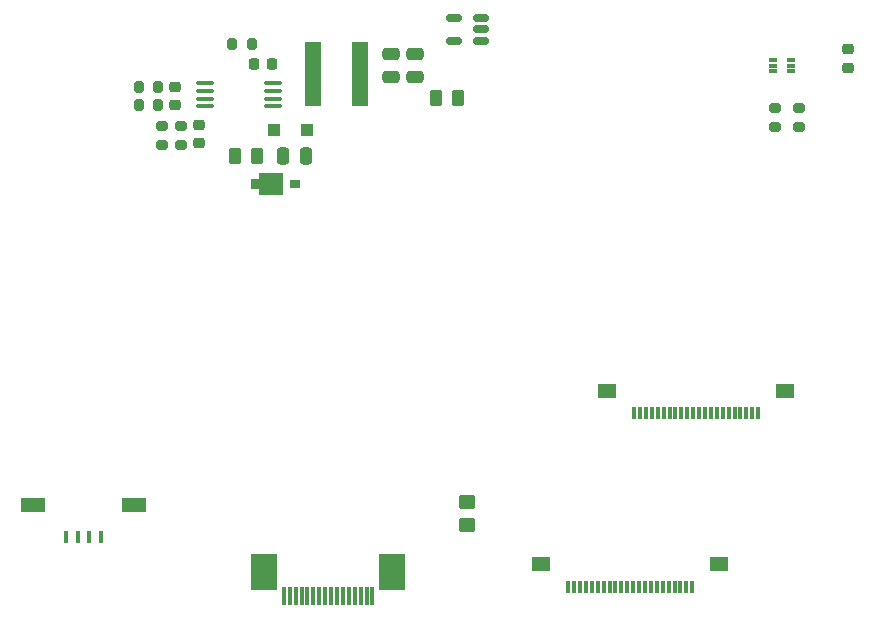
<source format=gbp>
G04 #@! TF.GenerationSoftware,KiCad,Pcbnew,8.0.2*
G04 #@! TF.CreationDate,2024-08-20T08:20:47+02:00*
G04 #@! TF.ProjectId,STS1_SIDEPANEL,53545331-5f53-4494-9445-50414e454c2e,rev?*
G04 #@! TF.SameCoordinates,Original*
G04 #@! TF.FileFunction,Paste,Bot*
G04 #@! TF.FilePolarity,Positive*
%FSLAX46Y46*%
G04 Gerber Fmt 4.6, Leading zero omitted, Abs format (unit mm)*
G04 Created by KiCad (PCBNEW 8.0.2) date 2024-08-20 08:20:47*
%MOMM*%
%LPD*%
G01*
G04 APERTURE LIST*
G04 Aperture macros list*
%AMRoundRect*
0 Rectangle with rounded corners*
0 $1 Rounding radius*
0 $2 $3 $4 $5 $6 $7 $8 $9 X,Y pos of 4 corners*
0 Add a 4 corners polygon primitive as box body*
4,1,4,$2,$3,$4,$5,$6,$7,$8,$9,$2,$3,0*
0 Add four circle primitives for the rounded corners*
1,1,$1+$1,$2,$3*
1,1,$1+$1,$4,$5*
1,1,$1+$1,$6,$7*
1,1,$1+$1,$8,$9*
0 Add four rect primitives between the rounded corners*
20,1,$1+$1,$2,$3,$4,$5,0*
20,1,$1+$1,$4,$5,$6,$7,0*
20,1,$1+$1,$6,$7,$8,$9,0*
20,1,$1+$1,$8,$9,$2,$3,0*%
G04 Aperture macros list end*
%ADD10RoundRect,0.200000X0.275000X-0.200000X0.275000X0.200000X-0.275000X0.200000X-0.275000X-0.200000X0*%
%ADD11R,0.300000X1.000000*%
%ADD12R,1.650000X1.300000*%
%ADD13RoundRect,0.200000X-0.200000X-0.275000X0.200000X-0.275000X0.200000X0.275000X-0.200000X0.275000X0*%
%ADD14RoundRect,0.250000X0.450000X-0.350000X0.450000X0.350000X-0.450000X0.350000X-0.450000X-0.350000X0*%
%ADD15R,0.400000X1.000000*%
%ADD16R,2.000000X1.300000*%
%ADD17RoundRect,0.225000X0.250000X-0.225000X0.250000X0.225000X-0.250000X0.225000X-0.250000X-0.225000X0*%
%ADD18RoundRect,0.085000X-0.265000X-0.085000X0.265000X-0.085000X0.265000X0.085000X-0.265000X0.085000X0*%
%ADD19RoundRect,0.250000X0.475000X-0.250000X0.475000X0.250000X-0.475000X0.250000X-0.475000X-0.250000X0*%
%ADD20R,0.650000X0.950000*%
%ADD21R,2.000000X1.950000*%
%ADD22R,0.850000X0.650000*%
%ADD23R,1.430000X5.500000*%
%ADD24RoundRect,0.225000X-0.225000X-0.250000X0.225000X-0.250000X0.225000X0.250000X-0.225000X0.250000X0*%
%ADD25RoundRect,0.200000X0.200000X0.275000X-0.200000X0.275000X-0.200000X-0.275000X0.200000X-0.275000X0*%
%ADD26R,0.300000X1.600000*%
%ADD27R,2.240000X3.120000*%
%ADD28RoundRect,0.150000X0.512500X0.150000X-0.512500X0.150000X-0.512500X-0.150000X0.512500X-0.150000X0*%
%ADD29RoundRect,0.200000X-0.275000X0.200000X-0.275000X-0.200000X0.275000X-0.200000X0.275000X0.200000X0*%
%ADD30RoundRect,0.225000X-0.250000X0.225000X-0.250000X-0.225000X0.250000X-0.225000X0.250000X0.225000X0*%
%ADD31RoundRect,0.100000X0.637500X0.100000X-0.637500X0.100000X-0.637500X-0.100000X0.637500X-0.100000X0*%
%ADD32RoundRect,0.250000X-0.262500X-0.450000X0.262500X-0.450000X0.262500X0.450000X-0.262500X0.450000X0*%
%ADD33RoundRect,0.250000X-0.300000X-0.300000X0.300000X-0.300000X0.300000X0.300000X-0.300000X0.300000X0*%
%ADD34RoundRect,0.250000X0.262500X0.450000X-0.262500X0.450000X-0.262500X-0.450000X0.262500X-0.450000X0*%
%ADD35RoundRect,0.250000X-0.250000X-0.475000X0.250000X-0.475000X0.250000X0.475000X-0.250000X0.475000X0*%
G04 APERTURE END LIST*
D10*
X105270000Y-90335000D03*
X105270000Y-88685000D03*
D11*
X138080000Y-127720000D03*
X138580000Y-127720000D03*
X139080000Y-127720000D03*
X139580000Y-127720000D03*
X140080000Y-127720000D03*
X140580000Y-127720000D03*
X141080000Y-127720000D03*
X141580000Y-127720000D03*
X142080000Y-127720000D03*
X142580000Y-127720000D03*
X143080000Y-127720000D03*
X143580000Y-127720000D03*
X144080000Y-127720000D03*
X144580000Y-127720000D03*
X145080000Y-127720000D03*
X145580000Y-127720000D03*
X146080000Y-127720000D03*
X146580000Y-127720000D03*
X147080000Y-127720000D03*
X147580000Y-127720000D03*
X148080000Y-127720000D03*
X148580000Y-127720000D03*
D12*
X135805000Y-125820000D03*
X150855000Y-125820000D03*
D13*
X101700000Y-85365000D03*
X103350000Y-85365000D03*
D14*
X129550000Y-122500000D03*
X129550000Y-120500000D03*
D15*
X95535000Y-123500000D03*
X96535000Y-123500000D03*
X97535000Y-123500000D03*
X98535000Y-123500000D03*
D16*
X92735000Y-120800000D03*
X101335000Y-120800000D03*
D17*
X161782831Y-83775000D03*
X161782831Y-82225000D03*
D18*
X155440000Y-84085000D03*
X155440000Y-83585000D03*
X155440000Y-83085000D03*
X156940000Y-83085000D03*
X156940000Y-83585000D03*
X156940000Y-84085000D03*
D19*
X123040000Y-84540000D03*
X123040000Y-82640000D03*
D10*
X155600000Y-88825000D03*
X155600000Y-87175000D03*
D20*
X111560000Y-93620000D03*
D21*
X112885000Y-93620000D03*
D22*
X114940000Y-93620000D03*
D23*
X120472500Y-84300000D03*
X116432500Y-84300000D03*
D24*
X111450200Y-83460800D03*
X113000200Y-83460800D03*
D25*
X111300000Y-81800000D03*
X109650000Y-81800000D03*
D26*
X114005000Y-128480000D03*
X114505000Y-128480000D03*
X115005000Y-128480000D03*
X115505000Y-128480000D03*
X116005000Y-128480000D03*
X116505000Y-128480000D03*
X117005000Y-128480000D03*
X117505000Y-128480000D03*
X118005000Y-128480000D03*
X118505000Y-128480000D03*
X119005000Y-128480000D03*
X119505000Y-128480000D03*
X120005000Y-128480000D03*
X120505000Y-128480000D03*
X121005000Y-128480000D03*
X121505000Y-128480000D03*
D27*
X112358000Y-126500000D03*
X123152000Y-126500000D03*
D28*
X130697500Y-79577500D03*
X130697500Y-80527500D03*
X130697500Y-81477500D03*
X128422500Y-81477500D03*
X128422500Y-79577500D03*
D10*
X157600000Y-88825000D03*
X157600000Y-87175000D03*
D29*
X103720000Y-88695000D03*
X103720000Y-90345000D03*
D30*
X106860000Y-88615000D03*
X106860000Y-90165000D03*
D13*
X101705000Y-86905000D03*
X103355000Y-86905000D03*
D11*
X143660000Y-113030000D03*
X144160000Y-113030000D03*
X144660000Y-113030000D03*
X145160000Y-113030000D03*
X145660000Y-113030000D03*
X146160000Y-113030000D03*
X146660000Y-113030000D03*
X147160000Y-113030000D03*
X147660000Y-113030000D03*
X148160000Y-113030000D03*
X148660000Y-113030000D03*
X149160000Y-113030000D03*
X149660000Y-113030000D03*
X150160000Y-113030000D03*
X150660000Y-113030000D03*
X151160000Y-113030000D03*
X151660000Y-113030000D03*
X152160000Y-113030000D03*
X152660000Y-113030000D03*
X153160000Y-113030000D03*
X153660000Y-113030000D03*
X154160000Y-113030000D03*
D12*
X141385000Y-111130000D03*
X156435000Y-111130000D03*
D31*
X113081100Y-85102000D03*
X113081100Y-85752000D03*
X113081100Y-86402000D03*
X113081100Y-87052000D03*
X107356100Y-87052000D03*
X107356100Y-86402000D03*
X107356100Y-85752000D03*
X107356100Y-85102000D03*
D32*
X109895000Y-91230000D03*
X111720000Y-91230000D03*
D33*
X113200000Y-89050000D03*
X116000000Y-89050000D03*
D17*
X104810000Y-86930000D03*
X104810000Y-85380000D03*
D19*
X125110000Y-84530000D03*
X125110000Y-82630000D03*
D34*
X128712500Y-86320000D03*
X126887500Y-86320000D03*
D35*
X113960000Y-91280000D03*
X115860000Y-91280000D03*
M02*

</source>
